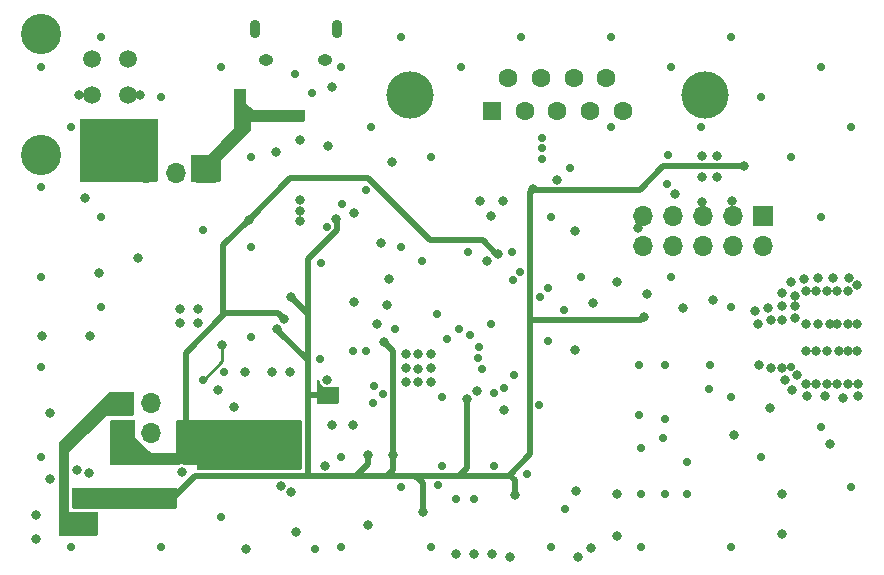
<source format=gbr>
%TF.GenerationSoftware,KiCad,Pcbnew,7.0.6*%
%TF.CreationDate,2023-10-09T12:22:10-06:00*%
%TF.ProjectId,CAN-USB RF Module,43414e2d-5553-4422-9052-46204d6f6475,2.0*%
%TF.SameCoordinates,Original*%
%TF.FileFunction,Copper,L3,Inr*%
%TF.FilePolarity,Positive*%
%FSLAX46Y46*%
G04 Gerber Fmt 4.6, Leading zero omitted, Abs format (unit mm)*
G04 Created by KiCad (PCBNEW 7.0.6) date 2023-10-09 12:22:10*
%MOMM*%
%LPD*%
G01*
G04 APERTURE LIST*
G04 Aperture macros list*
%AMRoundRect*
0 Rectangle with rounded corners*
0 $1 Rounding radius*
0 $2 $3 $4 $5 $6 $7 $8 $9 X,Y pos of 4 corners*
0 Add a 4 corners polygon primitive as box body*
4,1,4,$2,$3,$4,$5,$6,$7,$8,$9,$2,$3,0*
0 Add four circle primitives for the rounded corners*
1,1,$1+$1,$2,$3*
1,1,$1+$1,$4,$5*
1,1,$1+$1,$6,$7*
1,1,$1+$1,$8,$9*
0 Add four rect primitives between the rounded corners*
20,1,$1+$1,$2,$3,$4,$5,0*
20,1,$1+$1,$4,$5,$6,$7,0*
20,1,$1+$1,$6,$7,$8,$9,0*
20,1,$1+$1,$8,$9,$2,$3,0*%
G04 Aperture macros list end*
%TA.AperFunction,ComponentPad*%
%ADD10R,1.700000X1.700000*%
%TD*%
%TA.AperFunction,ComponentPad*%
%ADD11O,1.700000X1.700000*%
%TD*%
%TA.AperFunction,ComponentPad*%
%ADD12C,1.600000*%
%TD*%
%TA.AperFunction,ComponentPad*%
%ADD13R,1.600000X1.600000*%
%TD*%
%TA.AperFunction,ComponentPad*%
%ADD14C,4.000000*%
%TD*%
%TA.AperFunction,ComponentPad*%
%ADD15O,0.890000X1.550000*%
%TD*%
%TA.AperFunction,ComponentPad*%
%ADD16O,1.250000X0.950000*%
%TD*%
%TA.AperFunction,ComponentPad*%
%ADD17RoundRect,0.250001X0.499999X-0.499999X0.499999X0.499999X-0.499999X0.499999X-0.499999X-0.499999X0*%
%TD*%
%TA.AperFunction,ComponentPad*%
%ADD18C,1.500000*%
%TD*%
%TA.AperFunction,ComponentPad*%
%ADD19C,3.410000*%
%TD*%
%TA.AperFunction,ViaPad*%
%ADD20C,0.800000*%
%TD*%
%TA.AperFunction,ViaPad*%
%ADD21C,0.700000*%
%TD*%
%TA.AperFunction,Conductor*%
%ADD22C,0.500000*%
%TD*%
%TA.AperFunction,Conductor*%
%ADD23C,0.250000*%
%TD*%
G04 APERTURE END LIST*
D10*
%TO.N,+5V*%
%TO.C,J3*%
X107391200Y-106857800D03*
D11*
%TO.N,/Power Regulator/5V*%
X107391200Y-104317800D03*
%TO.N,/Power Regulator/12V*%
X109931200Y-106857800D03*
%TO.N,/Power Regulator/FUSE_OUT*%
X109931200Y-104317800D03*
%TD*%
D12*
%TO.N,unconnected-(J6-Pin_9-Pad9)*%
%TO.C,J6*%
X148481000Y-76812000D03*
%TO.N,unconnected-(J6-Pin_8-Pad8)*%
X145711000Y-76812000D03*
%TO.N,/CAN Tranciever/CD+*%
X142941000Y-76812000D03*
%TO.N,unconnected-(J6-Pin_6-Pad6)*%
X140171000Y-76812000D03*
%TO.N,unconnected-(J6-Pin_5-Pad5)*%
X149866000Y-79652000D03*
%TO.N,unconnected-(J6-Pin_4-Pad4)*%
X147096000Y-79652000D03*
%TO.N,unconnected-(J6-Pin_3-Pad3)*%
X144326000Y-79652000D03*
%TO.N,/CAN Tranciever/CD-*%
X141556000Y-79652000D03*
D13*
%TO.N,unconnected-(J6-Pin_1-Pad1)*%
X138786000Y-79652000D03*
D14*
%TO.N,N/C*%
X131826000Y-78232000D03*
X156826000Y-78232000D03*
%TD*%
D15*
%TO.N,unconnected-(J4-Shield-Pad6)*%
%TO.C,J4*%
X125690000Y-72644000D03*
D16*
X124690000Y-75344000D03*
X119690000Y-75344000D03*
D15*
X118690000Y-72644000D03*
%TD*%
D17*
%TO.N,+12V*%
%TO.C,J2*%
X104947000Y-81232000D03*
D18*
%TO.N,GND*%
X104947000Y-78232000D03*
%TO.N,/Power Regulator/5V_UP*%
X104947000Y-75232000D03*
%TO.N,+12V*%
X107947000Y-81232000D03*
%TO.N,GND*%
X107947000Y-78232000D03*
%TO.N,/Power Regulator/5V_UP*%
X107947000Y-75232000D03*
D19*
%TO.N,N/C*%
X100627000Y-83382000D03*
X100627000Y-73082000D03*
%TD*%
D10*
%TO.N,+3V3*%
%TO.C,J1*%
X161766000Y-88487500D03*
D11*
%TO.N,/DEBUG_SWDIO*%
X161766000Y-91027500D03*
%TO.N,GND*%
X159226000Y-88487500D03*
%TO.N,/DEBUG_SWCLK*%
X159226000Y-91027500D03*
%TO.N,GND*%
X156686000Y-88487500D03*
%TO.N,/DEBUG_SWO*%
X156686000Y-91027500D03*
%TO.N,unconnected-(J1-Pin_7-Pad7)*%
X154146000Y-88487500D03*
%TO.N,unconnected-(J1-Pin_8-Pad8)*%
X154146000Y-91027500D03*
%TO.N,GND*%
X151606000Y-88487500D03*
%TO.N,/NRST*%
X151606000Y-91027500D03*
%TD*%
D10*
%TO.N,VBUS_UP*%
%TO.C,JP1*%
X114539000Y-84836000D03*
D11*
%TO.N,/Power Regulator/FUSE_IN*%
X111999000Y-84836000D03*
%TO.N,+12V*%
X109459000Y-84836000D03*
%TD*%
D20*
%TO.N,GND*%
X169672000Y-94361000D03*
X169037000Y-93726000D03*
X167640000Y-93726000D03*
X166370000Y-93726000D03*
X165227000Y-93853000D03*
X164084000Y-94107000D03*
X163322000Y-94996000D03*
X163322000Y-96139000D03*
X162179000Y-96266000D03*
X161036000Y-96520000D03*
X169799000Y-103759000D03*
X168529000Y-103886000D03*
X167005000Y-103759000D03*
X165481000Y-103759000D03*
X164211000Y-103251000D03*
X163576000Y-102362000D03*
X163322000Y-101346000D03*
X162433000Y-101346000D03*
X163322000Y-97282000D03*
X162433000Y-97282000D03*
X154940000Y-96266000D03*
X151892000Y-95123000D03*
X168910000Y-94869000D03*
X168021000Y-94869000D03*
X167132000Y-94869000D03*
X166243000Y-94869000D03*
X165354000Y-94869000D03*
X164465000Y-95250000D03*
X164465000Y-96139000D03*
X164465000Y-97155000D03*
X164592000Y-101981000D03*
X169799000Y-102743000D03*
X168910000Y-102743000D03*
X168021000Y-102743000D03*
X167132000Y-102743000D03*
X166243000Y-102743000D03*
X165354000Y-102743000D03*
X169672000Y-99949000D03*
X168910000Y-99949000D03*
X168148000Y-99949000D03*
X167132000Y-99949000D03*
X166243000Y-99949000D03*
X165354000Y-99949000D03*
X169672000Y-97663000D03*
X168910000Y-97663000D03*
X168021000Y-97663000D03*
X167386000Y-97663000D03*
X166370000Y-97663000D03*
X165354000Y-97663000D03*
X154305000Y-86614000D03*
D21*
X169162000Y-111416517D03*
X169162000Y-80936517D03*
X166622000Y-106336517D03*
X166622000Y-88556517D03*
X166622000Y-75856517D03*
X164082000Y-101256517D03*
X164082000Y-83476517D03*
X161542000Y-108876517D03*
X161542000Y-78396517D03*
X159002000Y-116496517D03*
X159002000Y-103796517D03*
X159002000Y-96176517D03*
X159002000Y-73316517D03*
X156462000Y-80936517D03*
X153922000Y-93636517D03*
X153922000Y-75856517D03*
X151382000Y-116496517D03*
X148842000Y-80936517D03*
X148842000Y-73316517D03*
X146302000Y-93636517D03*
X143762000Y-116496517D03*
X143762000Y-88556517D03*
X141222000Y-73316517D03*
X136142000Y-75856517D03*
X133602000Y-116496517D03*
X133602000Y-83476517D03*
X131062000Y-111416517D03*
X131062000Y-91096517D03*
X131062000Y-73316517D03*
X128522000Y-80936517D03*
X125982000Y-116496517D03*
X125982000Y-108876517D03*
X125982000Y-75856517D03*
X118362000Y-98716517D03*
X118362000Y-91096517D03*
X118362000Y-83476517D03*
X115822000Y-113956517D03*
X115822000Y-75856517D03*
X110742000Y-116496517D03*
X110742000Y-78396517D03*
X105662000Y-96176517D03*
X105662000Y-88556517D03*
X105662000Y-73316517D03*
X103122000Y-116496517D03*
X103122000Y-80936517D03*
X100582000Y-108876517D03*
X100582000Y-101256517D03*
X100582000Y-93636517D03*
X100582000Y-86016517D03*
X100582000Y-75856517D03*
%TO.N,/DEBUG_SWDIO*%
X136017000Y-98044000D03*
D20*
%TO.N,GND*%
X139827000Y-104902000D03*
X124841000Y-102362000D03*
X122503000Y-82042000D03*
X108839000Y-92075000D03*
X103632000Y-109982000D03*
X161290000Y-97663000D03*
X147320000Y-95885000D03*
X147193000Y-116586000D03*
X157842877Y-83447000D03*
X101346000Y-110744000D03*
X159099000Y-87217500D03*
X157480000Y-95631000D03*
X124931500Y-82550000D03*
X140335000Y-117348000D03*
X121666000Y-101722500D03*
D21*
X134585899Y-103834135D03*
D20*
X138811000Y-117094000D03*
X100203000Y-115824000D03*
X149352000Y-94107000D03*
X138409500Y-92329000D03*
X120142000Y-101722500D03*
X138684000Y-88519000D03*
X104340000Y-86995000D03*
X100711000Y-98679000D03*
X117856000Y-101727000D03*
X159258000Y-107061000D03*
X146050000Y-117348000D03*
X129032000Y-97663000D03*
X137522548Y-103320500D03*
X122174000Y-115257000D03*
X131476500Y-100175000D03*
X131476500Y-102588000D03*
X130048000Y-93853000D03*
X104648000Y-110236000D03*
X129413000Y-90805000D03*
X162306000Y-104775000D03*
X167386000Y-107823000D03*
X151155500Y-89503500D03*
X144309500Y-85433500D03*
X129921000Y-96012000D03*
X103787500Y-78232000D03*
X127089500Y-88265000D03*
X132520500Y-101445000D03*
X115570000Y-103251000D03*
X125222000Y-77597000D03*
X120486500Y-83104000D03*
X145923000Y-111760000D03*
X137795000Y-87249000D03*
X121793000Y-111887000D03*
X116967443Y-104650295D03*
X113919000Y-96393000D03*
X108966000Y-78232000D03*
X105537000Y-93345000D03*
X131496500Y-101420500D03*
X133635500Y-102588000D03*
X128270000Y-114681000D03*
X135763000Y-117094000D03*
X132492500Y-102588000D03*
X127000000Y-106172000D03*
X112506942Y-110192661D03*
X156559000Y-87344500D03*
X149352000Y-115570000D03*
X120904000Y-111379000D03*
X127127000Y-95758000D03*
X163322000Y-112014000D03*
X122569000Y-88057000D03*
X101346000Y-105156000D03*
X122569000Y-88950800D03*
X130302000Y-83947000D03*
X137287000Y-117094000D03*
X156559000Y-83407500D03*
X156559000Y-85185500D03*
X163322000Y-115443000D03*
D21*
X130556000Y-98044000D03*
D20*
X133635500Y-100175000D03*
X125222000Y-106172000D03*
X124690175Y-109640500D03*
X104775000Y-98679000D03*
X112395000Y-97536000D03*
X145796000Y-89789000D03*
X145796000Y-99822000D03*
X157829000Y-85185500D03*
X139700000Y-87249000D03*
X149352000Y-112014000D03*
X132492500Y-100175000D03*
X122580400Y-87172800D03*
X113919000Y-97536000D03*
X112395000Y-96393000D03*
X133655500Y-101420500D03*
X100203000Y-113792000D03*
X117983000Y-116731298D03*
X161417000Y-101092000D03*
D21*
%TO.N,/NRST*%
X143002000Y-81893994D03*
X132842000Y-92329000D03*
X124214500Y-100584000D03*
X124293500Y-92456000D03*
X153670000Y-83389998D03*
X123825000Y-116713000D03*
X153638000Y-85820500D03*
D20*
%TO.N,+3V3*%
X142240000Y-86233000D03*
X109093000Y-112395000D03*
X132969000Y-113538000D03*
X120618000Y-98076000D03*
X160115000Y-84296500D03*
X125603000Y-88773000D03*
X121793000Y-95377000D03*
X130429000Y-108712000D03*
X128270000Y-108712000D03*
X129650616Y-99170616D03*
X124690175Y-103632000D03*
X140716000Y-112141000D03*
X151638000Y-97028000D03*
X136653583Y-104013000D03*
%TO.N,+5V*%
X121412000Y-109347000D03*
X118187094Y-88821868D03*
X139336852Y-91698852D03*
X116332000Y-109347000D03*
X120015000Y-109347000D03*
X121194017Y-97211729D03*
X112903000Y-108458000D03*
D21*
%TO.N,/BOOT0*%
X141192965Y-93225918D03*
X141732000Y-110363000D03*
%TO.N,/CAN_STBY*%
X128143000Y-86308000D03*
X127039000Y-99949000D03*
%TO.N,/UART2_USB_TX*%
X129558500Y-103544500D03*
X126064219Y-87470954D03*
%TO.N,/UART2_USB_RX*%
X124841000Y-89408000D03*
X128690500Y-104330498D03*
%TO.N,/SPI1_SCK*%
X155321000Y-109347000D03*
X155321000Y-112014000D03*
%TO.N,/SPI1_MISO*%
X151384000Y-112014000D03*
X151384000Y-108164500D03*
%TO.N,/SPI1_MOSI*%
X153416000Y-112014000D03*
X153289000Y-107315000D03*
%TO.N,/DIO0*%
X153416000Y-101092000D03*
X153416000Y-105664000D03*
%TO.N,/DIO1*%
X151257000Y-105322500D03*
X151257000Y-101092000D03*
%TO.N,/CAN_RX*%
X137668000Y-99568000D03*
X140500700Y-91559602D03*
%TO.N,/CAN_TX*%
X136906000Y-98627500D03*
X136779000Y-91567000D03*
%TO.N,/SX_RESET*%
X142835500Y-95377000D03*
X142792465Y-104473500D03*
%TO.N,/DIO2*%
X143510000Y-94615000D03*
X143510000Y-99060000D03*
%TO.N,/DIO3*%
X140629000Y-101981000D03*
X140589000Y-93892500D03*
%TO.N,/DEBUG_SWO*%
X134112000Y-96774000D03*
X143002000Y-82793497D03*
%TO.N,/DEBUG_SWCLK*%
X143002000Y-83693000D03*
X135019500Y-98933000D03*
%TO.N,/DEBUG_SWDIO*%
X145415000Y-84455000D03*
D20*
%TO.N,/Power Regulator/5V*%
X102870000Y-114808000D03*
%TO.N,VBUS_UP*%
X122569000Y-79960000D03*
X117409000Y-80010000D03*
D21*
%TO.N,Net-(U2-PA10)*%
X135763000Y-112505750D03*
X137636109Y-100553780D03*
%TO.N,Net-(U2-PA9)*%
X137922000Y-101473000D03*
X137287000Y-112477750D03*
%TO.N,Net-(U2-PA1)*%
X128816444Y-102896444D03*
X134239000Y-111289500D03*
%TO.N,Net-(U3-OVLO)*%
X116078000Y-101727000D03*
X114300000Y-89662000D03*
D20*
%TO.N,Net-(R10-Pad1)*%
X115966502Y-99441000D03*
D21*
X114300000Y-102362000D03*
%TO.N,/DIO4*%
X157138500Y-103124000D03*
X157226000Y-101092000D03*
X138684000Y-97663000D03*
X139827000Y-103084500D03*
%TO.N,/DIO5*%
X128142500Y-99921875D03*
X138977500Y-109690500D03*
X138977500Y-103505000D03*
X134569200Y-109690500D03*
%TO.N,Net-(J4-D+)*%
X123519000Y-78105000D03*
X122090500Y-76472687D03*
%TO.N,Net-(U2-PB4)*%
X144961500Y-113284000D03*
X144907000Y-96432500D03*
%TD*%
D22*
%TO.N,+3V3*%
X151384000Y-97282000D02*
X141992965Y-97282000D01*
X151638000Y-97028000D02*
X151384000Y-97282000D01*
D23*
%TO.N,Net-(R10-Pad1)*%
X114427000Y-102362000D02*
X115966502Y-100822498D01*
X115966502Y-100822498D02*
X115966502Y-99441000D01*
X114300000Y-102362000D02*
X114427000Y-102362000D01*
D22*
%TO.N,+3V3*%
X124690175Y-103632000D02*
X123190000Y-103632000D01*
X123190000Y-103632000D02*
X123190000Y-110363000D01*
X123190000Y-100711000D02*
X123190000Y-103632000D01*
X123190000Y-92190371D02*
X123190000Y-96774000D01*
X125641000Y-88811000D02*
X125641000Y-89739371D01*
X125641000Y-89739371D02*
X123190000Y-92190371D01*
X125603000Y-88773000D02*
X125641000Y-88811000D01*
X123190000Y-96774000D02*
X122555000Y-96139000D01*
X123190000Y-100711000D02*
X123190000Y-96774000D01*
X122555000Y-96139000D02*
X121793000Y-95377000D01*
X123190000Y-110363000D02*
X123317000Y-110490000D01*
X120618000Y-98139000D02*
X123190000Y-100711000D01*
X120618000Y-98076000D02*
X120618000Y-98139000D01*
X128143000Y-110490000D02*
X129921000Y-110490000D01*
X153277371Y-84296500D02*
X151290371Y-86283500D01*
X139700000Y-110490000D02*
X140208000Y-110490000D01*
X132969000Y-113538000D02*
X132969000Y-111150400D01*
X132969000Y-111150400D02*
X132308600Y-110490000D01*
X141992965Y-94361000D02*
X141992965Y-86480035D01*
X125323600Y-110490000D02*
X128143000Y-110490000D01*
X139700000Y-110490000D02*
X140335000Y-110490000D01*
X130429000Y-109982000D02*
X129921000Y-110490000D01*
X128270000Y-109474000D02*
X127254000Y-110490000D01*
X113665000Y-110490000D02*
X125323600Y-110490000D01*
X109093000Y-112395000D02*
X111760000Y-112395000D01*
X111760000Y-112395000D02*
X113665000Y-110490000D01*
X140716000Y-110871000D02*
X140716000Y-112141000D01*
X140208000Y-110490000D02*
X141992965Y-108705035D01*
X136652000Y-104014583D02*
X136652000Y-109855000D01*
X136653583Y-104013000D02*
X136652000Y-104014583D01*
X132308600Y-110490000D02*
X136017000Y-110490000D01*
X127254000Y-110490000D02*
X128143000Y-110490000D01*
X136652000Y-109855000D02*
X136017000Y-110490000D01*
X130429000Y-108712000D02*
X130429000Y-99949000D01*
X130429000Y-99949000D02*
X129650616Y-99170616D01*
X130429000Y-108712000D02*
X130429000Y-109982000D01*
X140335000Y-110490000D02*
X140716000Y-110871000D01*
X129921000Y-110490000D02*
X132308600Y-110490000D01*
X151290371Y-86283500D02*
X142290500Y-86283500D01*
X141992965Y-86480035D02*
X142240000Y-86233000D01*
X160115000Y-84296500D02*
X153277371Y-84296500D01*
X141992965Y-108705035D02*
X141992965Y-94361000D01*
X136017000Y-110490000D02*
X139700000Y-110490000D01*
X128270000Y-108712000D02*
X128270000Y-109474000D01*
X142290500Y-86283500D02*
X142240000Y-86233000D01*
%TO.N,+5V*%
X116056453Y-90952509D02*
X118187094Y-88821868D01*
X107391200Y-106857800D02*
X108691200Y-108157800D01*
X128272871Y-85306500D02*
X121702462Y-85306500D01*
X112903000Y-108458000D02*
X112903000Y-100076000D01*
X133517371Y-90551000D02*
X128272871Y-85306500D01*
X138013368Y-90551000D02*
X133517371Y-90551000D01*
X121194017Y-97211729D02*
X120668288Y-96686000D01*
X139161220Y-91698852D02*
X138013368Y-90551000D01*
X116271453Y-96686000D02*
X116056453Y-96901000D01*
X121702462Y-85306500D02*
X118187094Y-88821868D01*
X139336852Y-91698852D02*
X139161220Y-91698852D01*
X120668288Y-96686000D02*
X116271453Y-96686000D01*
X116056453Y-96922547D02*
X116056453Y-96901000D01*
X112903000Y-100076000D02*
X116056453Y-96922547D01*
X116056453Y-96901000D02*
X116056453Y-90952509D01*
%TO.N,+12V*%
X107947000Y-81232000D02*
X107947000Y-83324000D01*
X107947000Y-83324000D02*
X109459000Y-84836000D01*
%TO.N,/Power Regulator/5V*%
X102616000Y-114554000D02*
X102616000Y-108204000D01*
X102616000Y-108204000D02*
X106502200Y-104317800D01*
X106502200Y-104317800D02*
X107391200Y-104317800D01*
X102870000Y-114808000D02*
X102616000Y-114554000D01*
%TO.N,VBUS_UP*%
X117409000Y-81458000D02*
X114539000Y-84328000D01*
X122519000Y-80010000D02*
X122569000Y-79960000D01*
X114539000Y-84328000D02*
X114539000Y-84836000D01*
X117409000Y-80010000D02*
X122519000Y-80010000D01*
X117409000Y-80010000D02*
X117409000Y-81458000D01*
%TD*%
%TA.AperFunction,Conductor*%
%TO.N,+3V3*%
G36*
X124157203Y-102393379D02*
G01*
X124194977Y-102452157D01*
X124199096Y-102472146D01*
X124204763Y-102518818D01*
X124260780Y-102666523D01*
X124350517Y-102796530D01*
X124468760Y-102901283D01*
X124468762Y-102901284D01*
X124608634Y-102974696D01*
X124762014Y-103012500D01*
X124762015Y-103012500D01*
X124919983Y-103012500D01*
X124919985Y-103012500D01*
X125004926Y-102991564D01*
X125074726Y-102994633D01*
X125078523Y-102997000D01*
X125095000Y-102997000D01*
X125733000Y-102997000D01*
X125800039Y-103016685D01*
X125845794Y-103069489D01*
X125857000Y-103121000D01*
X125857000Y-104270000D01*
X125837315Y-104337039D01*
X125784511Y-104382794D01*
X125733000Y-104394000D01*
X124076000Y-104394000D01*
X124008961Y-104374315D01*
X123963206Y-104321511D01*
X123952000Y-104270000D01*
X123952000Y-102487092D01*
X123971685Y-102420053D01*
X124024489Y-102374298D01*
X124093647Y-102364354D01*
X124157203Y-102393379D01*
G37*
%TD.AperFunction*%
%TD*%
%TA.AperFunction,Conductor*%
%TO.N,/Power Regulator/5V*%
G36*
X108401039Y-103397685D02*
G01*
X108446794Y-103450489D01*
X108458000Y-103502000D01*
X108458000Y-105286000D01*
X108438315Y-105353039D01*
X108385511Y-105398794D01*
X108334000Y-105410000D01*
X106172000Y-105410000D01*
X102997000Y-108457999D01*
X102997000Y-109811240D01*
X102996548Y-109818720D01*
X102995763Y-109825180D01*
X102995763Y-109825182D01*
X102990868Y-109865500D01*
X102976722Y-109981999D01*
X102976722Y-109982000D01*
X102996548Y-110145283D01*
X102997000Y-110152763D01*
X102997000Y-111252000D01*
X102996999Y-111610703D01*
X102995739Y-111628333D01*
X102995500Y-111629996D01*
X102995500Y-113160005D01*
X102996644Y-113170641D01*
X102996999Y-113177271D01*
X102996999Y-113537999D01*
X102997000Y-113537999D01*
X102997000Y-113538000D01*
X103355699Y-113538000D01*
X103373343Y-113539262D01*
X103374398Y-113539413D01*
X103375000Y-113539500D01*
X103375003Y-113539500D01*
X105286000Y-113539500D01*
X105353039Y-113559185D01*
X105398794Y-113611989D01*
X105410000Y-113663500D01*
X105410000Y-115446000D01*
X105390315Y-115513039D01*
X105337511Y-115558794D01*
X105286000Y-115570000D01*
X102232000Y-115570000D01*
X102164961Y-115550315D01*
X102119206Y-115497511D01*
X102108000Y-115446000D01*
X102108000Y-107747361D01*
X102127685Y-107680322D01*
X102144314Y-107659685D01*
X106389680Y-103414319D01*
X106451004Y-103380834D01*
X106477362Y-103378000D01*
X108334000Y-103378000D01*
X108401039Y-103397685D01*
G37*
%TD.AperFunction*%
%TD*%
%TA.AperFunction,Conductor*%
%TO.N,VBUS_UP*%
G36*
X117926039Y-77743685D02*
G01*
X117971794Y-77796489D01*
X117983000Y-77848000D01*
X117983000Y-78994000D01*
X118618000Y-79502000D01*
X122174000Y-79502000D01*
X122812000Y-79502000D01*
X122879039Y-79521685D01*
X122924794Y-79574489D01*
X122936000Y-79626000D01*
X122936000Y-80394000D01*
X122916315Y-80461039D01*
X122863511Y-80506794D01*
X122812000Y-80518000D01*
X118364000Y-80518000D01*
X118364000Y-81228637D01*
X118344315Y-81295676D01*
X118327681Y-81316318D01*
X115823999Y-83820000D01*
X115824000Y-85474000D01*
X115804315Y-85541039D01*
X115751511Y-85586794D01*
X115700000Y-85598000D01*
X113408000Y-85598000D01*
X113340961Y-85578315D01*
X113295206Y-85525511D01*
X113284000Y-85474000D01*
X113284000Y-83436000D01*
X113303685Y-83368961D01*
X113356489Y-83323206D01*
X113408000Y-83312000D01*
X114807999Y-83312000D01*
X114808000Y-83312000D01*
X116967000Y-81026000D01*
X116967000Y-77847999D01*
X116986685Y-77780961D01*
X117039489Y-77735206D01*
X117091000Y-77724000D01*
X117859000Y-77724000D01*
X117926039Y-77743685D01*
G37*
%TD.AperFunction*%
%TD*%
%TA.AperFunction,Conductor*%
%TO.N,+12V*%
G36*
X110433039Y-80283685D02*
G01*
X110478794Y-80336489D01*
X110490000Y-80388000D01*
X110490000Y-85474000D01*
X110470315Y-85541039D01*
X110417511Y-85586794D01*
X110366000Y-85598000D01*
X104010000Y-85598000D01*
X103942961Y-85578315D01*
X103897206Y-85525511D01*
X103886000Y-85474000D01*
X103886000Y-80388000D01*
X103905685Y-80320961D01*
X103958489Y-80275206D01*
X104010000Y-80264000D01*
X110366000Y-80264000D01*
X110433039Y-80283685D01*
G37*
%TD.AperFunction*%
%TD*%
%TA.AperFunction,Conductor*%
%TO.N,+5V*%
G36*
X108528039Y-105810685D02*
G01*
X108573794Y-105863489D01*
X108585000Y-105915000D01*
X108584999Y-107315000D01*
X109749164Y-108373331D01*
X109982000Y-108585000D01*
X112014000Y-108585000D01*
X112014000Y-105915000D01*
X112033685Y-105847961D01*
X112086489Y-105802206D01*
X112138000Y-105791000D01*
X122558000Y-105791000D01*
X122625039Y-105810685D01*
X122670794Y-105863489D01*
X122682000Y-105915000D01*
X122682000Y-109865500D01*
X122662315Y-109932539D01*
X122609511Y-109978294D01*
X122558000Y-109989500D01*
X113916000Y-109989500D01*
X113848961Y-109969815D01*
X113803206Y-109917011D01*
X113792000Y-109865500D01*
X113792000Y-109601000D01*
X112809949Y-109601000D01*
X112752322Y-109586796D01*
X112739305Y-109579964D01*
X112585928Y-109542161D01*
X112585927Y-109542161D01*
X112427957Y-109542161D01*
X112427956Y-109542161D01*
X112274578Y-109579964D01*
X112261562Y-109586796D01*
X112203935Y-109601000D01*
X106550000Y-109601000D01*
X106482961Y-109581315D01*
X106437206Y-109528511D01*
X106426000Y-109477000D01*
X106426000Y-105915000D01*
X106445685Y-105847961D01*
X106498489Y-105802206D01*
X106550000Y-105791000D01*
X108461000Y-105791000D01*
X108528039Y-105810685D01*
G37*
%TD.AperFunction*%
%TD*%
%TA.AperFunction,Conductor*%
%TO.N,+3V3*%
G36*
X112084039Y-111525685D02*
G01*
X112129794Y-111578489D01*
X112141000Y-111630000D01*
X112141000Y-113160000D01*
X112121315Y-113227039D01*
X112068511Y-113272794D01*
X112017000Y-113284000D01*
X103375000Y-113284000D01*
X103307961Y-113264315D01*
X103262206Y-113211511D01*
X103251000Y-113160000D01*
X103251000Y-111630000D01*
X103270685Y-111562961D01*
X103323489Y-111517206D01*
X103375000Y-111506000D01*
X112017000Y-111506000D01*
X112084039Y-111525685D01*
G37*
%TD.AperFunction*%
%TD*%
M02*

</source>
